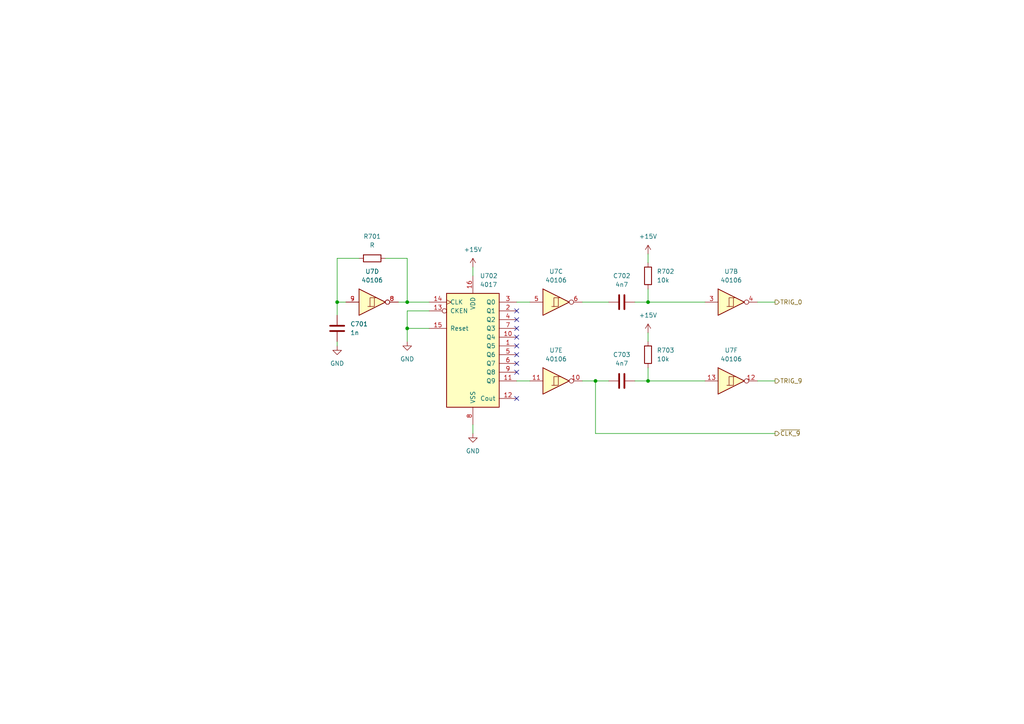
<source format=kicad_sch>
(kicad_sch (version 20211123) (generator eeschema)
  (paper "A4")
  (title_block (title "Josh Ox Ribbon Synth Ribbon board") (date "2022-06-17") (rev "0") (comment 1 "creativecommons.org/licences/by/4.0") (comment 2 "license: CC by 4.0") (comment 3 "Author: Jordan Aceto"))
  (lib_symbols
    (symbol "4xxx:40106" (pin_names (offset 1.016))
      (property "Reference" "U" (at 0 1.27 0))
      (property "Value" "40106" (at 0 -1.27 0))
      (symbol "40106_1_0"
        (polyline (pts (xy -0.635 -1.27) (xy -0.635 1.27) (xy 0.635 1.27)))
        (polyline (pts (xy -3.81 3.81) (xy -3.81 -3.81) (xy 3.81 0) (xy -3.81 3.81)) (stroke (width 0.254)) (fill (type background)))
        (polyline (pts (xy -1.27 -1.27) (xy 0.635 -1.27) (xy 0.635 1.27) (xy 1.27 1.27)))
        (pin input line (at -7.62 0 0) (length 3.81) (name "~") (number "1"))
        (pin output inverted (at 7.62 0 180) (length 3.81) (name "~") (number "2"))
      )
      (symbol "40106_2_0"
        (polyline (pts (xy -0.635 -1.27) (xy -0.635 1.27) (xy 0.635 1.27)))
        (polyline (pts (xy -3.81 3.81) (xy -3.81 -3.81) (xy 3.81 0) (xy -3.81 3.81)) (stroke (width 0.254)) (fill (type background)))
        (polyline (pts (xy -1.27 -1.27) (xy 0.635 -1.27) (xy 0.635 1.27) (xy 1.27 1.27)))
        (pin input line (at -7.62 0 0) (length 3.81) (name "~") (number "3"))
        (pin output inverted (at 7.62 0 180) (length 3.81) (name "~") (number "4"))
      )
      (symbol "40106_3_0"
        (polyline (pts (xy -0.635 -1.27) (xy -0.635 1.27) (xy 0.635 1.27)))
        (polyline (pts (xy -3.81 3.81) (xy -3.81 -3.81) (xy 3.81 0) (xy -3.81 3.81)) (stroke (width 0.254)) (fill (type background)))
        (polyline (pts (xy -1.27 -1.27) (xy 0.635 -1.27) (xy 0.635 1.27) (xy 1.27 1.27)))
        (pin input line (at -7.62 0 0) (length 3.81) (name "~") (number "5"))
        (pin output inverted (at 7.62 0 180) (length 3.81) (name "~") (number "6"))
      )
      (symbol "40106_4_0"
        (polyline (pts (xy -0.635 -1.27) (xy -0.635 1.27) (xy 0.635 1.27)))
        (polyline (pts (xy -3.81 3.81) (xy -3.81 -3.81) (xy 3.81 0) (xy -3.81 3.81)) (stroke (width 0.254)) (fill (type background)))
        (polyline (pts (xy -1.27 -1.27) (xy 0.635 -1.27) (xy 0.635 1.27) (xy 1.27 1.27)))
        (pin output inverted (at 7.62 0 180) (length 3.81) (name "~") (number "8"))
        (pin input line (at -7.62 0 0) (length 3.81) (name "~") (number "9"))
      )
      (symbol "40106_5_0"
        (polyline (pts (xy -0.635 -1.27) (xy -0.635 1.27) (xy 0.635 1.27)))
        (polyline (pts (xy -3.81 3.81) (xy -3.81 -3.81) (xy 3.81 0) (xy -3.81 3.81)) (stroke (width 0.254)) (fill (type background)))
        (polyline (pts (xy -1.27 -1.27) (xy 0.635 -1.27) (xy 0.635 1.27) (xy 1.27 1.27)))
        (pin output inverted (at 7.62 0 180) (length 3.81) (name "~") (number "10"))
        (pin input line (at -7.62 0 0) (length 3.81) (name "~") (number "11"))
      )
      (symbol "40106_6_0"
        (polyline (pts (xy -0.635 -1.27) (xy -0.635 1.27) (xy 0.635 1.27)))
        (polyline (pts (xy -3.81 3.81) (xy -3.81 -3.81) (xy 3.81 0) (xy -3.81 3.81)) (stroke (width 0.254)) (fill (type background)))
        (polyline (pts (xy -1.27 -1.27) (xy 0.635 -1.27) (xy 0.635 1.27) (xy 1.27 1.27)))
        (pin output inverted (at 7.62 0 180) (length 3.81) (name "~") (number "12"))
        (pin input line (at -7.62 0 0) (length 3.81) (name "~") (number "13"))
      )
      (symbol "40106_7_0"
        (pin power_in line (at 0 12.7 270) (length 5.08) (name "VDD") (number "14"))
        (pin power_in line (at 0 -12.7 90) (length 5.08) (name "VSS") (number "7"))
      )
      (symbol "40106_7_1"
        (rectangle (start -5.08 7.62) (end 5.08 -7.62) (stroke (width 0.254)) (fill (type background)))
      )
    )
    (symbol "4xxx:4017" (pin_names (offset 1.016))
      (property "Reference" "U" (at -7.62 16.51 0))
      (property "Value" "4017" (at -7.62 -19.05 0))
      (symbol "4017_1_0"
        (pin output line (at 12.7 0 180) (length 5.08) (name "Q5") (number "1"))
        (pin output line (at 12.7 2.54 180) (length 5.08) (name "Q4") (number "10"))
        (pin output line (at 12.7 -10.16 180) (length 5.08) (name "Q9") (number "11"))
        (pin output line (at 12.7 -15.24 180) (length 5.08) (name "Cout") (number "12"))
        (pin input inverted (at -12.7 10.16 0) (length 5.08) (name "CKEN") (number "13"))
        (pin input clock (at -12.7 12.7 0) (length 5.08) (name "CLK") (number "14"))
        (pin input line (at -12.7 5.08 0) (length 5.08) (name "Reset") (number "15"))
        (pin power_in line (at 0 20.32 270) (length 5.08) (name "VDD") (number "16"))
        (pin output line (at 12.7 10.16 180) (length 5.08) (name "Q1") (number "2"))
        (pin output line (at 12.7 12.7 180) (length 5.08) (name "Q0") (number "3"))
        (pin output line (at 12.7 7.62 180) (length 5.08) (name "Q2") (number "4"))
        (pin output line (at 12.7 -2.54 180) (length 5.08) (name "Q6") (number "5"))
        (pin output line (at 12.7 -5.08 180) (length 5.08) (name "Q7") (number "6"))
        (pin output line (at 12.7 5.08 180) (length 5.08) (name "Q3") (number "7"))
        (pin power_in line (at 0 -22.86 90) (length 5.08) (name "VSS") (number "8"))
        (pin output line (at 12.7 -7.62 180) (length 5.08) (name "Q8") (number "9"))
      )
      (symbol "4017_1_1"
        (rectangle (start -7.62 15.24) (end 7.62 -17.78) (stroke (width 0.254)) (fill (type background)))
      )
    )
    (symbol "Device:C" (pin_numbers hide) (pin_names (offset 0.254))
      (property "Reference" "C" (at 0.635 2.54 0))
      (property "Value" "C" (at 0.635 -2.54 0))
      (symbol "C_0_1"
        (polyline (pts (xy -2.032 -0.762) (xy 2.032 -0.762)) (stroke (width 0.508)))
        (polyline (pts (xy -2.032 0.762) (xy 2.032 0.762)) (stroke (width 0.508)))
      )
      (symbol "C_1_1"
        (pin passive line (at 0 3.81 270) (length 2.794) (name "~") (number "1"))
        (pin passive line (at 0 -3.81 90) (length 2.794) (name "~") (number "2"))
      )
    )
    (symbol "Device:R" (pin_numbers hide) (pin_names (offset 0))
      (property "Reference" "R" (at 2.032 0 90))
      (property "Value" "R" (at 0 0 90))
      (symbol "R_0_1"
        (rectangle (start -1.016 -2.54) (end 1.016 2.54) (stroke (width 0.254)))
      )
      (symbol "R_1_1"
        (pin passive line (at 0 3.81 270) (length 1.27) (name "~") (number "1"))
        (pin passive line (at 0 -3.81 90) (length 1.27) (name "~") (number "2"))
      )
    )
    (symbol "power:+15V" (power) (pin_names (offset 0))
      (property "Value" "+15V" (at 0 3.556 0))
      (symbol "+15V_0_1"
        (polyline (pts (xy -0.762 1.27) (xy 0 2.54)))
        (polyline (pts (xy 0 0) (xy 0 2.54)))
        (polyline (pts (xy 0 2.54) (xy 0.762 1.27)))
      )
      (symbol "+15V_1_1"
        (pin power_in line (at 0 0 90) (length 0) hide (name "+15V") (number "1"))
      )
    )
    (symbol "power:GND" (power) (pin_names (offset 0))
      (property "Value" "GND" (at 0 -3.81 0))
      (symbol "GND_0_1"
        (polyline (pts (xy 0 0) (xy 0 -1.27) (xy 1.27 -1.27) (xy 0 -2.54) (xy -1.27 -1.27) (xy 0 -1.27)))
      )
      (symbol "GND_1_1"
        (pin power_in line (at 0 0 270) (length 0) hide (name "GND") (number "1"))
      )
    )
  )
  (junction (at 187.96 110.49))
  (junction (at 172.72 110.49))
  (junction (at 97.79 87.63))
  (junction (at 118.11 87.63))
  (junction (at 187.96 87.63))
  (junction (at 118.11 95.25))
  (no_connect (at 149.86 107.95))
  (no_connect (at 149.86 100.33))
  (no_connect (at 149.86 105.41))
  (no_connect (at 149.86 90.17))
  (no_connect (at 149.86 115.57))
  (no_connect (at 149.86 92.71))
  (no_connect (at 149.86 97.79))
  (no_connect (at 149.86 95.25))
  (no_connect (at 149.86 102.87))
  (wire (pts (xy 187.96 106.68) (xy 187.96 110.49)))
  (wire (pts (xy 168.91 110.49) (xy 172.72 110.49)))
  (wire (pts (xy 137.16 123.19) (xy 137.16 125.73)))
  (wire (pts (xy 97.79 87.63) (xy 97.79 91.44)))
  (wire (pts (xy 118.11 74.93) (xy 111.76 74.93)))
  (wire (pts (xy 97.79 74.93) (xy 97.79 87.63)))
  (wire (pts (xy 187.96 87.63) (xy 204.47 87.63)))
  (wire (pts (xy 118.11 90.17) (xy 124.46 90.17)))
  (wire (pts (xy 219.71 110.49) (xy 224.79 110.49)))
  (wire (pts (xy 118.11 99.06) (xy 118.11 95.25)))
  (wire (pts (xy 115.57 87.63) (xy 118.11 87.63)))
  (wire (pts (xy 104.14 74.93) (xy 97.79 74.93)))
  (wire (pts (xy 118.11 95.25) (xy 124.46 95.25)))
  (wire (pts (xy 187.96 110.49) (xy 204.47 110.49)))
  (wire (pts (xy 149.86 110.49) (xy 153.67 110.49)))
  (wire (pts (xy 172.72 125.73) (xy 224.79 125.73)))
  (wire (pts (xy 97.79 99.06) (xy 97.79 100.33)))
  (wire (pts (xy 118.11 87.63) (xy 118.11 74.93)))
  (wire (pts (xy 118.11 95.25) (xy 118.11 90.17)))
  (wire (pts (xy 184.15 110.49) (xy 187.96 110.49)))
  (wire (pts (xy 184.15 87.63) (xy 187.96 87.63)))
  (wire (pts (xy 187.96 83.82) (xy 187.96 87.63)))
  (wire (pts (xy 219.71 87.63) (xy 224.79 87.63)))
  (wire (pts (xy 187.96 96.52) (xy 187.96 99.06)))
  (wire (pts (xy 118.11 87.63) (xy 124.46 87.63)))
  (wire (pts (xy 137.16 77.47) (xy 137.16 80.01)))
  (wire (pts (xy 168.91 87.63) (xy 176.53 87.63)))
  (wire (pts (xy 187.96 73.66) (xy 187.96 76.2)))
  (wire (pts (xy 149.86 87.63) (xy 153.67 87.63)))
  (wire (pts (xy 97.79 87.63) (xy 100.33 87.63)))
  (wire (pts (xy 172.72 125.73) (xy 172.72 110.49)))
  (wire (pts (xy 172.72 110.49) (xy 176.53 110.49)))
  (hierarchical_label "TRIG_9" (shape output) (at 224.79 110.49 0))
  (hierarchical_label "~{CLK_9}" (shape output) (at 224.79 125.73 0))
  (hierarchical_label "TRIG_0" (shape output) (at 224.79 87.63 0))
  (symbol (lib_id "Device:C") (at 97.79 95.25 0) (unit 1)
    (property "Reference" "C701" (at 101.6 93.9799 0) (effects (justify left)))
    (property "Value" "1n" (at 101.6 96.5199 0) (effects (justify left)))
    (property "Footprint" "Capacitor_SMD:C_0805_2012Metric" (effects hide))
  )
  (symbol (lib_id "4xxx:4017") (at 137.16 100.33 0) (unit 1)
    (property "Reference" "U702" (at 139.1794 80.01 0) (effects (justify left)))
    (property "Value" "4017" (at 139.1794 82.55 0) (effects (justify left)))
    (property "Footprint" "Package_SO:SOIC-16_3.9x9.9mm_P1.27mm" (effects hide))
    (property "Datasheet" "http://www.intersil.com/content/dam/Intersil/documents/cd40/cd4017bms-22bms.pdf" (effects hide))
  )
  (symbol (lib_id "4xxx:40106") (at 161.29 110.49 0) (unit 5)
    (property "Reference" "U7" (at 161.29 101.6 0))
    (property "Value" "40106" (at 161.29 104.14 0))
    (property "Footprint" "Package_SO:SOIC-14_3.9x8.7mm_P1.27mm" (effects hide))
    (property "Datasheet" "https://assets.nexperia.com/documents/data-sheet/HEF40106B.pdf" (effects hide))
  )
  (symbol (lib_id "power:+15V") (at 187.96 96.52 0) (unit 1)
    (property "Reference" "#PWR0706" (effects hide))
    (property "Value" "+15V" (at 187.96 91.44 0))
  )
  (symbol (lib_id "4xxx:40106") (at 107.95 87.63 0) (unit 4)
    (property "Reference" "U7" (at 107.95 78.74 0))
    (property "Value" "40106" (at 107.95 81.28 0))
    (property "Footprint" "Package_SO:SOIC-14_3.9x8.7mm_P1.27mm" (effects hide))
    (property "Datasheet" "https://assets.nexperia.com/documents/data-sheet/HEF40106B.pdf" (effects hide))
  )
  (symbol (lib_id "Device:R") (at 187.96 80.01 0) (unit 1)
    (property "Reference" "R702" (at 190.5 78.7399 0) (effects (justify left)))
    (property "Value" "10k" (at 190.5 81.2799 0) (effects (justify left)))
    (property "Footprint" "Resistor_SMD:R_0805_2012Metric" (effects hide))
  )
  (symbol (lib_id "power:+15V") (at 137.16 77.47 0) (unit 1)
    (property "Reference" "#PWR0703" (effects hide))
    (property "Value" "+15V" (at 137.16 72.39 0))
  )
  (symbol (lib_id "power:GND") (at 118.11 99.06 0) (unit 1)
    (property "Reference" "#PWR0702" (effects hide))
    (property "Value" "GND" (at 118.11 104.14 0))
  )
  (symbol (lib_id "Device:R") (at 187.96 102.87 0) (unit 1)
    (property "Reference" "R703" (at 190.5 101.5999 0) (effects (justify left)))
    (property "Value" "10k" (at 190.5 104.1399 0) (effects (justify left)))
    (property "Footprint" "Resistor_SMD:R_0805_2012Metric" (effects hide))
  )
  (symbol (lib_id "Device:C") (at 180.34 110.49 90) (unit 1)
    (property "Reference" "C703" (at 180.34 102.87 90))
    (property "Value" "4n7" (at 180.34 105.41 90))
    (property "Footprint" "Capacitor_SMD:C_0805_2012Metric" (effects hide))
  )
  (symbol (lib_id "power:GND") (at 97.79 100.33 0) (unit 1)
    (property "Reference" "#PWR0701" (effects hide))
    (property "Value" "GND" (at 97.79 105.41 0))
  )
  (symbol (lib_id "Device:R") (at 107.95 74.93 90) (unit 1)
    (property "Reference" "R701" (at 107.95 68.58 90))
    (property "Value" "R" (at 107.95 71.12 90))
    (property "Footprint" "Resistor_SMD:R_0805_2012Metric" (effects hide))
  )
  (symbol (lib_id "power:GND") (at 137.16 125.73 0) (unit 1)
    (property "Reference" "#PWR0704" (effects hide))
    (property "Value" "GND" (at 137.16 130.81 0))
  )
  (symbol (lib_id "4xxx:40106") (at 212.09 87.63 0) (unit 2)
    (property "Reference" "U7" (at 212.09 78.74 0))
    (property "Value" "40106" (at 212.09 81.28 0))
    (property "Footprint" "Package_SO:SOIC-14_3.9x8.7mm_P1.27mm" (effects hide))
    (property "Datasheet" "https://assets.nexperia.com/documents/data-sheet/HEF40106B.pdf" (effects hide))
  )
  (symbol (lib_id "4xxx:40106") (at 212.09 110.49 0) (unit 6)
    (property "Reference" "U7" (at 212.09 101.6 0))
    (property "Value" "40106" (at 212.09 104.14 0))
    (property "Footprint" "Package_SO:SOIC-14_3.9x8.7mm_P1.27mm" (effects hide))
    (property "Datasheet" "https://assets.nexperia.com/documents/data-sheet/HEF40106B.pdf" (effects hide))
  )
  (symbol (lib_id "4xxx:40106") (at 161.29 87.63 0) (unit 3)
    (property "Reference" "U7" (at 161.29 78.74 0))
    (property "Value" "40106" (at 161.29 81.28 0))
    (property "Footprint" "Package_SO:SOIC-14_3.9x8.7mm_P1.27mm" (effects hide))
    (property "Datasheet" "https://assets.nexperia.com/documents/data-sheet/HEF40106B.pdf" (effects hide))
  )
  (symbol (lib_id "Device:C") (at 180.34 87.63 90) (unit 1)
    (property "Reference" "C702" (at 180.34 80.01 90))
    (property "Value" "4n7" (at 180.34 82.55 90))
    (property "Footprint" "Capacitor_SMD:C_0805_2012Metric" (effects hide))
  )
  (symbol (lib_id "power:+15V") (at 187.96 73.66 0) (unit 1)
    (property "Reference" "#PWR0705" (effects hide))
    (property "Value" "+15V" (at 187.96 68.58 0))
  )
)
</source>
